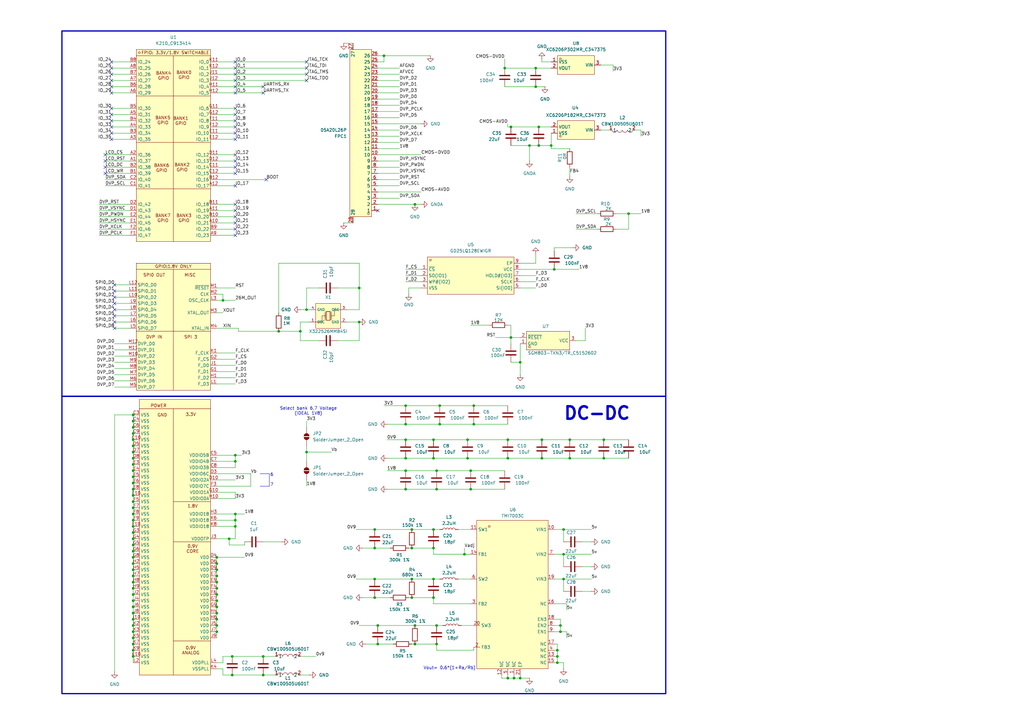
<source format=kicad_sch>
(kicad_sch (version 20250114) (generator "eeschema") (generator_version "9.0")
  (paper "A3")
  (rectangle (start 25.4 12.7) (end 273.05 162.56) (stroke (width 0.508)))
  (rectangle (start 25.4 162.56) (end 273.05 284.48) (stroke (width 0.508)))
  (text "6\n\n7\n" (at 111.506 196.85 0) (effects (font (size 1.27 1.27))))
  (text "Select bank 6,7 Voltage\n(IDEAL 1V8)" (at 126.492 168.656 0) (effects (font (size 1.27 1.27))))
  (text "DC-DC" (at 244.856 169.672 0) (effects (font (size 5.08 5.08) (thickness 1.016) (bold yes))))
  (text "Vout= 0.6*(1+Ra/Rb)" (at 184.404 274.066 0) (effects (font (size 1.27 1.27))))
  (junction (at 54.61 236.22))
  (junction (at 233.68 180.34))
  (junction (at 96.52 213.36))
  (junction (at 88.9 231.14))
  (junction (at 168.91 217.17))
  (junction (at 177.8 237.49))
  (junction (at 208.28 180.34))
  (junction (at 54.61 266.7))
  (junction (at 170.18 83.82))
  (junction (at 147.32 132.08))
  (junction (at 228.6 266.7))
  (junction (at 208.28 187.96))
  (junction (at 88.9 259.08))
  (junction (at 125.73 127))
  (junction (at 207.01 27.94))
  (junction (at 54.61 180.34))
  (junction (at 168.91 245.11))
  (junction (at 54.61 261.62))
  (junction (at 153.67 224.79))
  (junction (at 177.8 217.17))
  (junction (at 54.61 241.3))
  (junction (at 88.9 254))
  (junction (at 194.31 173.99))
  (junction (at 107.95 276.86))
  (junction (at 208.28 278.13))
  (junction (at 88.9 251.46))
  (junction (at 54.61 233.68))
  (junction (at 210.82 278.13))
  (junction (at 88.9 241.3))
  (junction (at 54.61 218.44))
  (junction (at 54.61 220.98))
  (junction (at 54.61 193.04))
  (junction (at 166.37 193.04))
  (junction (at 54.61 200.66))
  (junction (at 54.61 185.42))
  (junction (at 54.61 175.26))
  (junction (at 54.61 226.06))
  (junction (at 180.34 173.99))
  (junction (at 257.81 87.63))
  (junction (at 93.98 220.98))
  (junction (at 177.8 187.96))
  (junction (at 88.9 236.22))
  (junction (at 54.61 203.2))
  (junction (at 247.65 180.34))
  (junction (at 54.61 264.16))
  (junction (at 247.65 187.96))
  (junction (at 107.95 269.24))
  (junction (at 179.07 256.54))
  (junction (at 190.5 227.33))
  (junction (at 219.71 27.94))
  (junction (at 168.91 237.49))
  (junction (at 166.37 187.96))
  (junction (at 170.18 264.16))
  (junction (at 54.61 246.38))
  (junction (at 222.25 180.34))
  (junction (at 54.61 259.08))
  (junction (at 147.32 118.11))
  (junction (at 54.61 190.5))
  (junction (at 166.37 200.66))
  (junction (at 166.37 166.37))
  (junction (at 226.06 59.69))
  (junction (at 54.61 251.46))
  (junction (at 54.61 170.18))
  (junction (at 54.61 205.74))
  (junction (at 88.9 248.92))
  (junction (at 88.9 238.76))
  (junction (at 179.07 200.66))
  (junction (at 54.61 208.28))
  (junction (at 54.61 243.84))
  (junction (at 180.34 166.37))
  (junction (at 153.67 217.17))
  (junction (at 179.07 264.16))
  (junction (at 153.67 245.11))
  (junction (at 229.87 259.08))
  (junction (at 54.61 256.54))
  (junction (at 54.61 254))
  (junction (at 191.77 187.96))
  (junction (at 194.31 166.37))
  (junction (at 54.61 269.24))
  (junction (at 168.91 224.79))
  (junction (at 88.9 233.68))
  (junction (at 95.25 276.86))
  (junction (at 54.61 177.8))
  (junction (at 191.77 180.34))
  (junction (at 193.04 200.66))
  (junction (at 54.61 213.36))
  (junction (at 88.9 243.84))
  (junction (at 213.36 278.13))
  (junction (at 217.17 59.69))
  (junction (at 95.25 269.24))
  (junction (at 96.52 215.9))
  (junction (at 96.52 189.23))
  (junction (at 227.33 110.49))
  (junction (at 231.14 237.49))
  (junction (at 54.61 238.76))
  (junction (at 123.19 135.89))
  (junction (at 88.9 256.54))
  (junction (at 219.71 35.56))
  (junction (at 193.04 193.04))
  (junction (at 54.61 228.6))
  (junction (at 125.73 185.42))
  (junction (at 157.48 22.86))
  (junction (at 229.87 256.54))
  (junction (at 88.9 246.38))
  (junction (at 54.61 172.72))
  (junction (at 177.8 245.11))
  (junction (at 209.55 52.07))
  (junction (at 54.61 198.12))
  (junction (at 177.8 180.34))
  (junction (at 153.67 237.49))
  (junction (at 222.25 187.96))
  (junction (at 54.61 248.92))
  (junction (at 233.68 187.96))
  (junction (at 220.98 52.07))
  (junction (at 54.61 195.58))
  (junction (at 96.52 210.82))
  (junction (at 166.37 180.34))
  (junction (at 54.61 210.82))
  (junction (at 228.6 269.24))
  (junction (at 54.61 215.9))
  (junction (at 114.3 135.89))
  (junction (at 213.36 148.59))
  (junction (at 231.14 217.17))
  (junction (at 177.8 224.79))
  (junction (at 166.37 173.99))
  (junction (at 96.52 186.69))
  (junction (at 154.94 256.54))
  (junction (at 88.9 228.6))
  (junction (at 54.61 182.88))
  (junction (at 154.94 264.16))
  (junction (at 209.55 138.43))
  (junction (at 231.14 227.33))
  (junction (at 170.18 256.54))
  (junction (at 179.07 193.04))
  (junction (at 54.61 231.14))
  (junction (at 228.6 271.78))
  (junction (at 220.98 59.69))
  (junction (at 91.44 123.19))
  (junction (at 54.61 187.96))
  (junction (at 54.61 223.52))
  (no_connect (at 96.52 68.58))
  (no_connect (at 96.52 27.94))
  (no_connect (at 46.99 134.62))
  (no_connect (at 43.18 68.58))
  (no_connect (at 96.52 46.99))
  (no_connect (at 96.52 83.82))
  (no_connect (at 125.73 33.02))
  (no_connect (at 125.73 27.94))
  (no_connect (at 45.72 49.53))
  (no_connect (at 107.95 35.56))
  (no_connect (at 109.22 73.66))
  (no_connect (at 46.99 132.08))
  (no_connect (at 46.99 127))
  (no_connect (at 46.99 116.84))
  (no_connect (at 45.72 57.15))
  (no_connect (at 96.52 66.04))
  (no_connect (at 45.72 52.07))
  (no_connect (at 45.72 38.1))
  (no_connect (at 96.52 44.45))
  (no_connect (at 46.99 129.54))
  (no_connect (at 96.52 91.44))
  (no_connect (at 96.52 35.56))
  (no_connect (at 45.72 46.99))
  (no_connect (at 45.72 25.4))
  (no_connect (at 125.73 25.4))
  (no_connect (at 96.52 49.53))
  (no_connect (at 45.72 27.94))
  (no_connect (at 45.72 35.56))
  (no_connect (at 43.18 66.04))
  (no_connect (at 96.52 71.12))
  (no_connect (at 96.52 76.2))
  (no_connect (at 96.52 25.4))
  (no_connect (at 125.73 30.48))
  (no_connect (at 107.95 38.1))
  (no_connect (at 96.52 54.61))
  (no_connect (at 96.52 38.1))
  (no_connect (at 46.99 121.92))
  (no_connect (at 45.72 54.61))
  (no_connect (at 96.52 93.98))
  (no_connect (at 45.72 33.02))
  (no_connect (at 96.52 88.9))
  (no_connect (at 96.52 57.15))
  (no_connect (at 45.72 30.48))
  (no_connect (at 46.99 124.46))
  (no_connect (at 45.72 44.45))
  (no_connect (at 96.52 33.02))
  (no_connect (at 96.52 96.52))
  (no_connect (at 46.99 119.38))
  (no_connect (at 96.52 63.5))
  (no_connect (at 43.18 63.5))
  (no_connect (at 96.52 86.36))
  (no_connect (at 43.18 71.12))
  (no_connect (at 96.52 30.48))
  (no_connect (at 154.94 86.36))
  (no_connect (at 96.52 52.07))
  (wire (pts (xy 177.8 180.34) (xy 191.77 180.34)))
  (wire (pts (xy 46.99 170.18) (xy 54.61 170.18)))
  (wire (pts (xy 167.64 120.65) (xy 167.64 118.11)))
  (wire (pts (xy 217.17 278.13) (xy 213.36 278.13)))
  (wire (pts (xy 54.61 200.66) (xy 54.61 198.12)))
  (wire (pts (xy 45.72 49.53) (xy 53.34 49.53)))
  (wire (pts (xy 219.71 35.56) (xy 207.01 35.56)))
  (wire (pts (xy 177.8 227.33) (xy 177.8 224.79)))
  (wire (pts (xy 251.46 26.67) (xy 251.46 29.21)))
  (wire (pts (xy 125.73 182.88) (xy 125.73 185.42)))
  (wire (pts (xy 88.9 210.82) (xy 96.52 210.82)))
  (wire (pts (xy 177.8 187.96) (xy 191.77 187.96)))
  (wire (pts (xy 97.79 134.62) (xy 97.79 135.89)))
  (wire (pts (xy 217.17 59.69) (xy 217.17 66.04)))
  (wire (pts (xy 154.94 33.02) (xy 163.83 33.02)))
  (wire (pts (xy 205.74 278.13) (xy 208.28 278.13)))
  (wire (pts (xy 46.99 124.46) (xy 53.34 124.46)))
  (wire (pts (xy 187.96 237.49) (xy 193.04 237.49)))
  (wire (pts (xy 54.61 208.28) (xy 54.61 205.74)))
  (wire (pts (xy 213.36 115.57) (xy 219.71 115.57)))
  (wire (pts (xy 226.06 54.61) (xy 226.06 59.69)))
  (wire (pts (xy 95.25 269.24) (xy 107.95 269.24)))
  (wire (pts (xy 194.31 173.99) (xy 208.28 173.99)))
  (wire (pts (xy 88.9 228.6) (xy 88.9 231.14)))
  (wire (pts (xy 190.5 224.79) (xy 190.5 227.33)))
  (wire (pts (xy 219.71 107.95) (xy 219.71 104.14)))
  (wire (pts (xy 123.19 269.24) (xy 129.54 269.24)))
  (wire (pts (xy 154.94 50.8) (xy 172.72 50.8)))
  (wire (pts (xy 88.9 49.53) (xy 96.52 49.53)))
  (wire (pts (xy 54.61 248.92) (xy 54.61 246.38)))
  (wire (pts (xy 54.61 261.62) (xy 54.61 259.08)))
  (wire (pts (xy 252.73 87.63) (xy 257.81 87.63)))
  (wire (pts (xy 153.67 237.49) (xy 168.91 237.49)))
  (wire (pts (xy 251.46 26.67) (xy 246.38 26.67)))
  (wire (pts (xy 154.94 25.4) (xy 157.48 25.4)))
  (wire (pts (xy 114.3 135.89) (xy 123.19 135.89)))
  (wire (pts (xy 223.52 35.56) (xy 219.71 35.56)))
  (wire (pts (xy 46.99 140.97) (xy 53.34 140.97)))
  (wire (pts (xy 154.94 66.04) (xy 163.83 66.04)))
  (wire (pts (xy 166.37 110.49) (xy 172.72 110.49)))
  (wire (pts (xy 140.97 91.44) (xy 144.78 91.44)))
  (wire (pts (xy 46.99 127) (xy 53.34 127)))
  (wire (pts (xy 229.87 259.08) (xy 232.41 259.08)))
  (wire (pts (xy 220.98 52.07) (xy 226.06 52.07)))
  (wire (pts (xy 96.52 54.61) (xy 88.9 54.61)))
  (wire (pts (xy 43.18 76.2) (xy 53.34 76.2)))
  (wire (pts (xy 88.9 213.36) (xy 96.52 213.36)))
  (wire (pts (xy 40.64 86.36) (xy 53.34 86.36)))
  (wire (pts (xy 46.99 156.21) (xy 53.34 156.21)))
  (wire (pts (xy 213.36 113.03) (xy 219.71 113.03)))
  (wire (pts (xy 246.38 53.34) (xy 250.19 53.34)))
  (wire (pts (xy 193.04 247.65) (xy 177.8 247.65)))
  (wire (pts (xy 88.9 254) (xy 88.9 256.54)))
  (wire (pts (xy 54.61 246.38) (xy 54.61 243.84)))
  (wire (pts (xy 54.61 205.74) (xy 54.61 203.2)))
  (wire (pts (xy 231.14 271.78) (xy 231.14 274.32)))
  (wire (pts (xy 88.9 201.93) (xy 96.52 201.93)))
  (wire (pts (xy 45.72 33.02) (xy 53.34 33.02)))
  (wire (pts (xy 147.32 256.54) (xy 154.94 256.54)))
  (wire (pts (xy 107.95 269.24) (xy 113.03 269.24)))
  (wire (pts (xy 96.52 201.93) (xy 96.52 204.47)))
  (wire (pts (xy 123.19 276.86) (xy 127 276.86)))
  (wire (pts (xy 154.94 48.26) (xy 163.83 48.26)))
  (wire (pts (xy 208.28 278.13) (xy 208.28 276.86)))
  (wire (pts (xy 166.37 113.03) (xy 172.72 113.03)))
  (wire (pts (xy 233.68 68.58) (xy 233.68 72.39)))
  (wire (pts (xy 54.61 223.52) (xy 54.61 220.98)))
  (wire (pts (xy 40.64 91.44) (xy 53.34 91.44)))
  (wire (pts (xy 54.61 203.2) (xy 54.61 200.66)))
  (wire (pts (xy 146.05 237.49) (xy 153.67 237.49)))
  (wire (pts (xy 96.52 52.07) (xy 88.9 52.07)))
  (wire (pts (xy 107.95 276.86) (xy 113.03 276.86)))
  (wire (pts (xy 96.52 57.15) (xy 88.9 57.15)))
  (wire (pts (xy 147.32 118.11) (xy 147.32 127)))
  (wire (pts (xy 193.04 133.35) (xy 200.66 133.35)))
  (wire (pts (xy 88.9 157.48) (xy 96.52 157.48)))
  (wire (pts (xy 208.28 50.8) (xy 208.28 52.07)))
  (wire (pts (xy 88.9 231.14) (xy 88.9 233.68)))
  (wire (pts (xy 170.18 256.54) (xy 179.07 256.54)))
  (wire (pts (xy 46.99 119.38) (xy 53.34 119.38)))
  (wire (pts (xy 88.9 27.94) (xy 125.73 27.94)))
  (wire (pts (xy 228.6 269.24) (xy 228.6 266.7)))
  (wire (pts (xy 91.44 276.86) (xy 91.44 274.32)))
  (wire (pts (xy 247.65 187.96) (xy 257.81 187.96)))
  (wire (pts (xy 168.91 264.16) (xy 170.18 264.16)))
  (wire (pts (xy 232.41 259.08) (xy 232.41 261.62)))
  (wire (pts (xy 209.55 52.07) (xy 220.98 52.07)))
  (wire (pts (xy 54.61 220.98) (xy 54.61 218.44)))
  (wire (pts (xy 91.44 120.65) (xy 91.44 123.19)))
  (wire (pts (xy 228.6 264.16) (xy 227.33 264.16)))
  (wire (pts (xy 236.22 139.7) (xy 240.03 139.7)))
  (wire (pts (xy 154.94 45.72) (xy 163.83 45.72)))
  (wire (pts (xy 54.61 233.68) (xy 54.61 231.14)))
  (wire (pts (xy 147.32 127) (xy 142.24 127)))
  (wire (pts (xy 40.64 93.98) (xy 53.34 93.98)))
  (wire (pts (xy 54.61 177.8) (xy 54.61 175.26)))
  (wire (pts (xy 96.52 186.69) (xy 96.52 189.23)))
  (wire (pts (xy 40.64 83.82) (xy 53.34 83.82)))
  (wire (pts (xy 208.28 133.35) (xy 209.55 133.35)))
  (wire (pts (xy 234.95 101.6) (xy 227.33 101.6)))
  (wire (pts (xy 142.24 132.08) (xy 147.32 132.08)))
  (wire (pts (xy 154.94 38.1) (xy 163.83 38.1)))
  (wire (pts (xy 88.9 33.02) (xy 125.73 33.02)))
  (wire (pts (xy 233.68 187.96) (xy 247.65 187.96)))
  (polyline (pts (xy 110.49 194.31) (xy 110.49 199.39)))
  (wire (pts (xy 154.94 81.28) (xy 163.83 81.28)))
  (wire (pts (xy 226.06 59.69) (xy 226.06 60.96)))
  (wire (pts (xy 222.25 25.4) (xy 222.25 24.13)))
  (wire (pts (xy 88.9 128.27) (xy 91.44 128.27)))
  (wire (pts (xy 88.9 118.11) (xy 96.52 118.11)))
  (wire (pts (xy 88.9 30.48) (xy 125.73 30.48)))
  (wire (pts (xy 222.25 180.34) (xy 233.68 180.34)))
  (wire (pts (xy 194.31 265.43) (xy 194.31 266.7)))
  (wire (pts (xy 54.61 256.54) (xy 54.61 254)))
  (wire (pts (xy 148.59 245.11) (xy 153.67 245.11)))
  (wire (pts (xy 88.9 248.92) (xy 88.9 251.46)))
  (wire (pts (xy 227.33 217.17) (xy 231.14 217.17)))
  (wire (pts (xy 247.65 180.34) (xy 257.81 180.34)))
  (wire (pts (xy 125.73 172.72) (xy 125.73 175.26)))
  (wire (pts (xy 46.99 148.59) (xy 53.34 148.59)))
  (wire (pts (xy 88.9 86.36) (xy 96.52 86.36)))
  (wire (pts (xy 179.07 200.66) (xy 193.04 200.66)))
  (wire (pts (xy 229.87 259.08) (xy 229.87 256.54)))
  (wire (pts (xy 167.64 245.11) (xy 168.91 245.11)))
  (wire (pts (xy 157.48 25.4) (xy 157.48 22.86)))
  (wire (pts (xy 93.98 223.52) (xy 100.33 223.52)))
  (wire (pts (xy 125.73 196.85) (xy 125.73 199.39)))
  (wire (pts (xy 229.87 256.54) (xy 229.87 254)))
  (wire (pts (xy 154.94 68.58) (xy 163.83 68.58)))
  (wire (pts (xy 107.95 222.25) (xy 115.57 222.25)))
  (wire (pts (xy 166.37 173.99) (xy 158.75 173.99)))
  (wire (pts (xy 208.28 187.96) (xy 222.25 187.96)))
  (wire (pts (xy 240.03 139.7) (xy 240.03 134.62)))
  (wire (pts (xy 88.9 144.78) (xy 96.52 144.78)))
  (wire (pts (xy 88.9 91.44) (xy 96.52 91.44)))
  (wire (pts (xy 88.9 71.12) (xy 96.52 71.12)))
  (wire (pts (xy 88.9 256.54) (xy 88.9 259.08)))
  (wire (pts (xy 203.2 138.43) (xy 209.55 138.43)))
  (wire (pts (xy 46.99 275.59) (xy 46.99 170.18)))
  (wire (pts (xy 154.94 53.34) (xy 163.83 53.34)))
  (wire (pts (xy 148.59 224.79) (xy 153.67 224.79)))
  (wire (pts (xy 227.33 110.49) (xy 237.49 110.49)))
  (wire (pts (xy 228.6 271.78) (xy 228.6 269.24)))
  (wire (pts (xy 210.82 278.13) (xy 210.82 276.86)))
  (wire (pts (xy 154.94 264.16) (xy 161.29 264.16)))
  (wire (pts (xy 153.67 217.17) (xy 168.91 217.17)))
  (wire (pts (xy 54.61 251.46) (xy 54.61 248.92)))
  (wire (pts (xy 54.61 185.42) (xy 54.61 182.88)))
  (wire (pts (xy 222.25 25.4) (xy 226.06 25.4)))
  (wire (pts (xy 88.9 123.19) (xy 91.44 123.19)))
  (wire (pts (xy 54.61 254) (xy 54.61 251.46)))
  (wire (pts (xy 179.07 266.7) (xy 179.07 264.16)))
  (wire (pts (xy 93.98 220.98) (xy 93.98 223.52)))
  (wire (pts (xy 177.8 237.49) (xy 180.34 237.49)))
  (wire (pts (xy 193.04 200.66) (xy 207.01 200.66)))
  (wire (pts (xy 191.77 180.34) (xy 208.28 180.34)))
  (wire (pts (xy 168.91 237.49) (xy 177.8 237.49)))
  (wire (pts (xy 88.9 241.3) (xy 88.9 243.84)))
  (wire (pts (xy 154.94 63.5) (xy 172.72 63.5)))
  (wire (pts (xy 88.9 236.22) (xy 88.9 238.76)))
  (wire (pts (xy 227.33 271.78) (xy 228.6 271.78)))
  (wire (pts (xy 166.37 193.04) (xy 179.07 193.04)))
  (wire (pts (xy 177.8 217.17) (xy 180.34 217.17)))
  (wire (pts (xy 88.9 233.68) (xy 88.9 236.22)))
  (wire (pts (xy 125.73 185.42) (xy 125.73 189.23)))
  (wire (pts (xy 209.55 148.59) (xy 213.36 148.59)))
  (wire (pts (xy 146.05 217.17) (xy 153.67 217.17)))
  (wire (pts (xy 231.14 222.25) (xy 231.14 217.17)))
  (wire (pts (xy 232.41 247.65) (xy 232.41 250.19)))
  (wire (pts (xy 166.37 115.57) (xy 172.72 115.57)))
  (wire (pts (xy 88.9 25.4) (xy 125.73 25.4)))
  (wire (pts (xy 238.76 222.25) (xy 242.57 222.25)))
  (wire (pts (xy 260.35 53.34) (xy 262.89 53.34)))
  (wire (pts (xy 180.34 166.37) (xy 194.31 166.37)))
  (wire (pts (xy 95.25 276.86) (xy 91.44 276.86)))
  (wire (pts (xy 96.52 210.82) (xy 96.52 213.36)))
  (wire (pts (xy 138.43 139.7) (xy 147.32 139.7)))
  (wire (pts (xy 238.76 232.41) (xy 242.57 232.41)))
  (wire (pts (xy 154.94 55.88) (xy 163.83 55.88)))
  (wire (pts (xy 88.9 149.86) (xy 96.52 149.86)))
  (wire (pts (xy 54.61 213.36) (xy 54.61 210.82)))
  (wire (pts (xy 158.75 180.34) (xy 166.37 180.34)))
  (wire (pts (xy 177.8 247.65) (xy 177.8 245.11)))
  (wire (pts (xy 227.33 259.08) (xy 229.87 259.08)))
  (wire (pts (xy 208.28 180.34) (xy 222.25 180.34)))
  (wire (pts (xy 227.33 256.54) (xy 229.87 256.54)))
  (wire (pts (xy 88.9 246.38) (xy 88.9 248.92)))
  (wire (pts (xy 205.74 276.86) (xy 205.74 278.13)))
  (wire (pts (xy 154.94 71.12) (xy 163.83 71.12)))
  (wire (pts (xy 154.94 256.54) (xy 170.18 256.54)))
  (wire (pts (xy 88.9 199.39) (xy 102.87 199.39)))
  (wire (pts (xy 231.14 237.49) (xy 242.57 237.49)))
  (wire (pts (xy 228.6 266.7) (xy 228.6 264.16)))
  (wire (pts (xy 180.34 173.99) (xy 194.31 173.99)))
  (wire (pts (xy 257.81 87.63) (xy 257.81 93.98)))
  (wire (pts (xy 123.19 127) (xy 125.73 127)))
  (wire (pts (xy 228.6 271.78) (xy 231.14 271.78)))
  (wire (pts (xy 193.04 193.04) (xy 207.01 193.04)))
  (wire (pts (xy 227.33 237.49) (xy 231.14 237.49)))
  (wire (pts (xy 43.18 73.66) (xy 53.34 73.66)))
  (wire (pts (xy 45.72 54.61) (xy 53.34 54.61)))
  (wire (pts (xy 54.61 264.16) (xy 54.61 261.62)))
  (wire (pts (xy 46.99 132.08) (xy 53.34 132.08)))
  (wire (pts (xy 193.04 227.33) (xy 190.5 227.33)))
  (wire (pts (xy 40.64 96.52) (xy 53.34 96.52)))
  (wire (pts (xy 88.9 186.69) (xy 96.52 186.69)))
  (wire (pts (xy 88.9 243.84) (xy 88.9 246.38)))
  (wire (pts (xy 88.9 35.56) (xy 107.95 35.56)))
  (wire (pts (xy 88.9 196.85) (xy 96.52 196.85)))
  (wire (pts (xy 88.9 204.47) (xy 96.52 204.47)))
  (wire (pts (xy 154.94 35.56) (xy 163.83 35.56)))
  (wire (pts (xy 213.36 110.49) (xy 227.33 110.49)))
  (wire (pts (xy 154.94 76.2) (xy 163.83 76.2)))
  (wire (pts (xy 95.25 276.86) (xy 107.95 276.86)))
  (wire (pts (xy 213.36 107.95) (xy 219.71 107.95)))
  (wire (pts (xy 208.28 278.13) (xy 210.82 278.13)))
  (wire (pts (xy 46.99 151.13) (xy 53.34 151.13)))
  (wire (pts (xy 227.33 101.6) (xy 227.33 102.87)))
  (wire (pts (xy 88.9 194.31) (xy 102.87 194.31)))
  (wire (pts (xy 88.9 189.23) (xy 96.52 189.23)))
  (wire (pts (xy 168.91 245.11) (xy 177.8 245.11)))
  (wire (pts (xy 147.32 118.11) (xy 147.32 107.95)))
  (wire (pts (xy 207.01 24.13) (xy 207.01 27.94)))
  (wire (pts (xy 153.67 245.11) (xy 160.02 245.11)))
  (wire (pts (xy 154.94 40.64) (xy 163.83 40.64)))
  (wire (pts (xy 88.9 220.98) (xy 93.98 220.98)))
  (wire (pts (xy 209.55 138.43) (xy 213.36 138.43)))
  (wire (pts (xy 43.18 66.04) (xy 53.34 66.04)))
  (wire (pts (xy 154.94 73.66) (xy 163.83 73.66)))
  (wire (pts (xy 154.94 78.74) (xy 172.72 78.74)))
  (wire (pts (xy 54.61 210.82) (xy 54.61 208.28)))
  (wire (pts (xy 138.43 118.11) (xy 147.32 118.11)))
  (wire (pts (xy 229.87 254) (xy 227.33 254)))
  (wire (pts (xy 45.72 38.1) (xy 53.34 38.1)))
  (wire (pts (xy 54.61 182.88) (xy 54.61 180.34)))
  (wire (pts (xy 54.61 271.78) (xy 54.61 269.24)))
  (wire (pts (xy 209.55 133.35) (xy 209.55 138.43)))
  (wire (pts (xy 227.33 247.65) (xy 232.41 247.65)))
  (wire (pts (xy 88.9 228.6) (xy 100.33 228.6)))
  (wire (pts (xy 40.64 88.9) (xy 53.34 88.9)))
  (wire (pts (xy 154.94 83.82) (xy 170.18 83.82)))
  (wire (pts (xy 127 127) (xy 125.73 127)))
  (wire (pts (xy 54.61 241.3) (xy 54.61 238.76)))
  (wire (pts (xy 88.9 134.62) (xy 97.79 134.62)))
  (wire (pts (xy 96.52 215.9) (xy 96.52 220.98)))
  (wire (pts (xy 123.19 139.7) (xy 123.19 135.89)))
  (wire (pts (xy 96.52 220.98) (xy 93.98 220.98)))
  (wire (pts (xy 227.33 227.33) (xy 231.14 227.33)))
  (wire (pts (xy 127 132.08) (xy 123.19 132.08)))
  (wire (pts (xy 88.9 152.4) (xy 96.52 152.4)))
  (wire (pts (xy 157.48 166.37) (xy 166.37 166.37)))
  (wire (pts (xy 220.98 59.69) (xy 226.06 59.69)))
  (wire (pts (xy 54.61 187.96) (xy 54.61 185.42)))
  (wire (pts (xy 54.61 236.22) (xy 54.61 233.68)))
  (wire (pts (xy 226.06 27.94) (xy 219.71 27.94)))
  (wire (pts (xy 233.68 180.34) (xy 247.65 180.34)))
  (wire (pts (xy 45.72 44.45) (xy 53.34 44.45)))
  (wire (pts (xy 100.33 223.52) (xy 100.33 222.25)))
  (wire (pts (xy 54.61 266.7) (xy 54.61 264.16)))
  (wire (pts (xy 54.61 215.9) (xy 54.61 213.36)))
  (wire (pts (xy 88.9 68.58) (xy 96.52 68.58)))
  (wire (pts (xy 187.96 217.17) (xy 193.04 217.17)))
  (wire (pts (xy 88.9 73.66) (xy 109.22 73.66)))
  (wire (pts (xy 191.77 187.96) (xy 208.28 187.96)))
  (wire (pts (xy 154.94 58.42) (xy 163.83 58.42)))
  (wire (pts (xy 88.9 147.32) (xy 96.52 147.32)))
  (wire (pts (xy 88.9 154.94) (xy 96.52 154.94)))
  (wire (pts (xy 154.94 22.86) (xy 157.48 22.86)))
  (wire (pts (xy 43.18 63.5) (xy 53.34 63.5)))
  (wire (pts (xy 147.32 107.95) (xy 114.3 107.95)))
  (wire (pts (xy 45.72 52.07) (xy 53.34 52.07)))
  (wire (pts (xy 168.91 217.17) (xy 177.8 217.17)))
  (wire (pts (xy 194.31 266.7) (xy 179.07 266.7)))
  (wire (pts (xy 167.64 224.79) (xy 168.91 224.79)))
  (wire (pts (xy 147.32 139.7) (xy 147.32 132.08)))
  (wire (pts (xy 158.75 193.04) (xy 166.37 193.04)))
  (wire (pts (xy 157.48 22.86) (xy 176.53 22.86)))
  (wire (pts (xy 88.9 120.65) (xy 91.44 120.65)))
  (wire (pts (xy 154.94 30.48) (xy 163.83 30.48)))
  (wire (pts (xy 96.52 189.23) (xy 96.52 191.77)))
  (wire (pts (xy 54.61 193.04) (xy 54.61 190.5)))
  (wire (pts (xy 166.37 187.96) (xy 158.75 187.96)))
  (wire (pts (xy 231.14 227.33) (xy 242.57 227.33)))
  (wire (pts (xy 88.9 215.9) (xy 96.52 215.9)))
  (wire (pts (xy 227.33 269.24) (xy 228.6 269.24)))
  (wire (pts (xy 213.36 118.11) (xy 219.71 118.11)))
  (wire (pts (xy 154.94 60.96) (xy 163.83 60.96)))
  (wire (pts (xy 100.33 210.82) (xy 96.52 210.82)))
  (wire (pts (xy 217.17 59.69) (xy 220.98 59.69)))
  (wire (pts (xy 179.07 256.54) (xy 181.61 256.54)))
  (wire (pts (xy 46.99 134.62) (xy 53.34 134.62)))
  (wire (pts (xy 88.9 191.77) (xy 96.52 191.77)))
  (wire (pts (xy 231.14 217.17) (xy 242.57 217.17)))
  (wire (pts (xy 46.99 129.54) (xy 53.34 129.54)))
  (wire (pts (xy 140.97 17.78) (xy 144.78 17.78)))
  (wire (pts (xy 54.61 259.08) (xy 54.61 256.54)))
  (polyline (pts (xy 106.68 194.31) (xy 110.49 194.31)))
  (wire (pts (xy 125.73 118.11) (xy 125.73 127)))
  (wire (pts (xy 45.72 35.56) (xy 53.34 35.56)))
  (wire (pts (xy 153.67 224.79) (xy 160.02 224.79)))
  (wire (pts (xy 88.9 83.82) (xy 96.52 83.82)))
  (wire (pts (xy 54.61 180.34) (xy 54.61 177.8)))
  (wire (pts (xy 54.61 190.5) (xy 54.61 187.96)))
  (wire (pts (xy 43.18 68.58) (xy 53.34 68.58)))
  (wire (pts (xy 88.9 96.52) (xy 96.52 96.52)))
  (wire (pts (xy 213.36 148.59) (xy 213.36 153.67)))
  (wire (pts (xy 227.33 266.7) (xy 228.6 266.7)))
  (wire (pts (xy 149.86 264.16) (xy 154.94 264.16)))
  (wire (pts (xy 88.9 259.08) (xy 88.9 261.62)))
  (wire (pts (xy 209.55 138.43) (xy 209.55 140.97)))
  (wire (pts (xy 170.18 264.16) (xy 179.07 264.16)))
  (wire (pts (xy 190.5 227.33) (xy 177.8 227.33)))
  (wire (pts (xy 222.25 187.96) (xy 233.68 187.96)))
  (wire (pts (xy 262.89 55.88) (xy 262.89 53.34)))
  (wire (pts (xy 88.9 88.9) (xy 96.52 88.9)))
  (polyline (pts (xy 106.68 199.39) (xy 110.49 199.39)))
  (wire (pts (xy 54.61 231.14) (xy 54.61 228.6)))
  (wire (pts (xy 238.76 242.57) (xy 242.57 242.57)))
  (wire (pts (xy 45.72 25.4) (xy 53.34 25.4)))
  (wire (pts (xy 45.72 27.94) (xy 53.34 27.94)))
  (wire (pts (xy 166.37 200.66) (xy 179.07 200.66)))
  (wire (pts (xy 96.52 186.69) (xy 99.06 186.69)))
  (wire (pts (xy 231.14 227.33) (xy 231.14 232.41)))
  (wire (pts (xy 88.9 46.99) (xy 96.52 46.99)))
  (wire (pts (xy 88.9 251.46) (xy 88.9 254)))
  (wire (pts (xy 123.19 135.89) (xy 123.19 132.08)))
  (wire (pts (xy 97.79 135.89) (xy 114.3 135.89)))
  (wire (pts (xy 166.37 173.99) (xy 180.34 173.99)))
  (wire (pts (xy 166.37 166.37) (xy 180.34 166.37)))
  (wire (pts (xy 236.22 93.98) (xy 245.11 93.98)))
  (wire (pts (xy 170.18 83.82) (xy 172.72 83.82)))
  (wire (pts (xy 219.71 27.94) (xy 207.01 27.94)))
  (wire (pts (xy 54.61 195.58) (xy 54.61 193.04)))
  (wire (pts (xy 91.44 271.78) (xy 88.9894 271.78)))
  (wire (pts (xy 208.28 52.07) (xy 209.55 52.07)))
  (wire (pts (xy 46.99 158.75) (xy 53.34 158.75)))
  (wire (pts (xy 54.61 243.84) (xy 54.61 241.3)))
  (wire (pts (xy 46.99 121.92) (xy 53.34 121.92)))
  (wire (pts (xy 96.52 213.36) (xy 96.52 215.9)))
  (wire (pts (xy 43.18 71.12) (xy 53.34 71.12)))
  (wire (pts (xy 210.82 278.13) (xy 213.36 278.13)))
  (wire (pts (xy 88.9 66.04) (xy 96.52 66.04)))
  (wire (pts (xy 45.72 57.15) (xy 53.34 57.15)))
  (wire (pts (xy 88.9 238.76) (xy 88.9 241.3)))
  (wire (pts (xy 54.61 226.06) (xy 54.61 223.52)))
  (wire (pts (xy 91.44 271.78) (xy 91.44 269.24)))
  (wire (pts (xy 166.37 180.34) (xy 177.8 180.34)))
  (wire (pts (xy 46.99 116.84) (xy 53.34 116.84)))
  (wire (pts (xy 102.87 199.39) (xy 102.87 194.31)))
  (wire (pts (xy 96.52 123.19) (xy 91.44 123.19)))
  (wire (pts (xy 257.81 93.98) (xy 252.73 93.98)))
  (wire (pts (xy 166.37 200.66) (xy 158.75 200.66)))
  (wire (pts (xy 114.3 107.95) (xy 114.3 128.27)))
  (wire (pts (xy 231.14 237.49) (xy 231.14 242.57)))
  (wire (pts (xy 46.99 153.67) (xy 53.34 153.67)))
  (wire (pts (xy 166.37 187.96) (xy 177.8 187.96)))
  (wire (pts (xy 88.9 63.5) (xy 96.52 63.5)))
  (wire (pts (xy 236.22 87.63) (xy 245.11 87.63)))
  (wire (pts (xy 54.61 228.6) (xy 54.61 226.06)))
  (wire (pts (xy 45.72 46.99) (xy 53.34 46.99)))
  (wire (pts (xy 167.64 118.11) (xy 172.72 118.11)))
  (wire (pts (xy 88.9 93.98) (xy 96.52 93.98)))
  (wire (pts (xy 154.94 27.94) (xy 163.83 27.94)))
  (wire (pts (xy 213.36 278.13) (xy 213.36 276.86)))
  (wire (pts (xy 154.94 43.18) (xy 163.83 43.18)))
  (wire (pts (xy 45.72 30.48) (xy 53.34 30.48)))
  (wire (pts (xy 91.44 274.32) (xy 88.9894 274.32)))
  (wire (pts (xy 46.99 143.51) (xy 53.34 143.51)))
  (wire (pts (xy 54.61 218.44) (xy 54.61 215.9)))
  (wire (pts (xy 46.99 146.05) (xy 53.34 146.05)))
  (wire (pts (xy 91.44 269.24) (xy 95.25 269.24)))
  (wire (pts (xy 168.91 224.79) (xy 177.8 224.79)))
  (wire (pts (xy 213.36 140.97) (xy 213.36 148.59)))
  (wire (pts (xy 189.23 256.54) (xy 194.31 256.54)))
  (wire (pts (xy 54.61 175.26) (xy 54.61 172.72)))
  (wire (pts (xy 194.31 166.37) (xy 208.28 166.37)))
  (wire (pts (xy 130.81 139.7) (xy 123.19 139.7)))
  (wire (pts (xy 179.07 193.04) (xy 193.04 193.04)))
  (wire (pts (xy 135.89 185.42) (xy 125.73 185.42)))
  (wire (pts (xy 257.81 87.63) (xy 262.89 87.63)))
  (wire (pts (xy 209.55 59.69) (xy 217.17 59.69)))
  (wire (pts (xy 88.9 38.1) (xy 107.95 38.1)))
  (wire (pts (xy 226.06 60.96) (xy 233.68 60.96)))
  (wire (pts (xy 88.9 44.45) (xy 96.52 44.45)))
  (wire (pts (xy 54.61 172.72) (xy 54.61 170.18)))
  (wire (pts (xy 54.61 238.76) (xy 54.61 236.22)))
  (wire (pts (xy 88.9 76.2) (xy 96.52 76.2)))
  (wire (pts (xy 125.73 118.11) (xy 130.81 118.11)))
  (wire (pts (xy 54.61 198.12) (xy 54.61 195.58)))
  (wire (pts (xy 54.61 269.24) (xy 54.61 266.7)))
  (label "IO_12" (at 96.52 63.5 0))
  (label "IO_0" (at 96.52 25.4 0))
  (label "DVP_PCLK" (at 163.83 45.72 0))
  (label "DVP_XCLK" (at 163.83 55.88 0))
  (label "FB4" (at 233.68 71.12 0))
  (label "5v" (at 242.57 237.49 0))
  (label "0V9" (at 147.32 256.54 180))
  (label "F_CS" (at 166.37 110.49 0))
  (label "IO_1" (at 96.52 27.94 0))
  (label "IO_17" (at 96.52 76.2 0))
  (label "3V3" (at 99.06 186.69 0))
  (label "3V3" (at 251.46 29.21 0))
  (label "5v" (at 242.57 217.17 0))
  (label "0V9" (at 158.75 180.34 0))
  (label "SPI0_D5" (at 46.99 129.54 180))
  (label "DVP_D6" (at 163.83 53.34 0))
  (label "LCD_WR" (at 43.18 71.12 0))
  (label "DVP_D4" (at 163.83 43.18 0))
  (label "SPI0_D0" (at 46.99 116.84 180))
  (label "F_CS" (at 96.52 147.32 0))
  (label "DVP_D5" (at 46.99 153.67 180))
  (label "LCD_DC" (at 43.18 68.58 0))
  (label "IO_2" (at 96.52 30.48 0))
  (label "F_D2" (at 96.52 154.94 0))
  (label "IO_5" (at 96.52 38.1 0))
  (label "DVP_PCLK" (at 40.64 96.52 0))
  (label "IO_29" (at 45.72 38.1 180))
  (label "3V3" (at 262.89 55.88 0))
  (label "IO_14" (at 96.52 68.58 0))
  (label "IO_6" (at 96.52 44.45 0))
  (label "IO_15" (at 96.52 71.12 0))
  (label "IO_35" (at 45.72 57.15 180))
  (label "CMOS-AVDD" (at 208.28 50.8 180))
  (label "0v9" (at 129.54 269.24 0))
  (label "DVP_PWDN" (at 163.83 68.58 0))
  (label "RST" (at 96.52 118.11 0))
  (label "IO_23" (at 96.52 96.52 0))
  (label "IO_18" (at 96.52 83.82 0))
  (label "DVP_SCL" (at 163.83 76.2 0))
  (label "F_D0" (at 96.52 149.86 0))
  (label "F_D3" (at 219.71 113.03 0))
  (label "LCD_RST" (at 43.18 66.04 0))
  (label "XIN" (at 91.44 134.62 0))
  (label "1V8" (at 193.04 133.35 0))
  (label "DVP_PWDN" (at 40.64 88.9 0))
  (label "F_D0" (at 219.71 118.11 0))
  (label "JTAG_TDI" (at 125.73 27.94 0))
  (label "5v" (at 232.41 261.62 0))
  (label "SPI0_D7" (at 46.99 132.08 180))
  (label "IO_31" (at 45.72 46.99 180))
  (label "DVP_HSYNC" (at 40.64 91.44 0))
  (label "IO_28" (at 45.72 35.56 180))
  (label "F_D2" (at 166.37 115.57 0))
  (label "1V8" (at 158.75 193.04 0))
  (label "5v" (at 242.57 227.33 0))
  (label "SPI0_D2" (at 46.99 121.92 180))
  (label "DVP_D6" (at 46.99 156.21 180))
  (label "IO_8" (at 96.52 49.53 0))
  (label "DVP_VSYNC" (at 40.64 86.36 0))
  (label "DVP_D1" (at 163.83 35.56 0))
  (label "IO_11" (at 96.52 57.15 0))
  (label "XOUT" (at 91.44 128.27 0))
  (label "IO_34" (at 45.72 54.61 180))
  (label "SPI0_D3" (at 46.99 124.46 180))
  (label "IO_22" (at 96.52 93.98 0))
  (label "3V3" (at 157.48 166.37 0))
  (label "DVP_D3" (at 46.99 148.59 180))
  (label "JTAG_TMS" (at 125.73 30.48 0))
  (label "1V8" (at 100.33 210.82 0))
  (label "1V8" (at 125.73 199.39 0))
  (label "IO_3" (at 96.52 33.02 0))
  (label "LCD_CS" (at 43.18 63.5 0))
  (label "DVP_SDA" (at 163.83 81.28 0))
  (label "CMOS-DVDD" (at 172.72 63.5 0))
  (label "DVP_D0" (at 46.99 140.97 180))
  (label "JTAG_TDO" (at 125.73 33.02 0))
  (label "" (at 96.52 186.69 0))
  (label "IO_21" (at 96.52 91.44 0))
  (label "IO_19" (at 96.52 86.36 0))
  (label "IO_13" (at 96.52 66.04 0))
  (label "DVP_D0" (at 163.83 40.64 0))
  (label "0V9" (at 100.33 228.6 0))
  (label "DVP_D5" (at 163.83 48.26 0))
  (label "IO_10" (at 96.52 54.61 0))
  (label "0V9" (at 146.05 217.17 180))
  (label "DVP_XCLK" (at 40.64 93.98 0))
  (label "Vadj" (at 190.5 224.79 0))
  (label "1V8" (at 262.89 87.63 0))
  (label "IO_27" (at 45.72 33.02 180))
  (label "DVP_D1" (at 46.99 143.51 180))
  (label "IO_30" (at 45.72 44.45 180))
  (label "1V8" (at 163.83 60.96 0))
  (label "F_CLK" (at 96.52 144.78 0))
  (label "DVP_HSYNC" (at 163.83 66.04 0))
  (label "DVP_SDA" (at 43.18 73.66 0))
  (label "JTAG_TCK" (at 125.73 25.4 0))
  (label "IO_4" (at 96.52 35.56 0))
  (label "3V3" (at 240.03 134.62 0))
  (label "DVP_D4" (at 46.99 151.13 180))
  (label "5v" (at 232.41 250.19 0))
  (label "DVP_RST" (at 40.64 83.82 0))
  (label "UARTHS_TX" (at 107.95 38.1 0))
  (label "CMOS-DVDD" (at 207.01 24.13 180))
  (label "F_D1" (at 96.52 152.4 0))
  (label "SPI0_D8" (at 46.99 134.62 180))
  (label "IO_9" (at 96.52 52.07 0))
  (label "AFGND" (at 163.83 27.94 0))
  (label "0V9" (at 146.05 237.49 180))
  (label "AFVCC" (at 163.83 30.48 0))
  (label "Vb" (at 135.89 185.42 0))
  (label "IO_24" (at 45.72 25.4 180))
  (label "UARTHS_RX" (at 107.95 35.56 0))
  (label "3V3" (at 125.73 172.72 0))
  (label "DVP_SCL" (at 236.22 87.63 0))
  (label "3V3" (at 96.52 196.85 0))
  (label "IO_25" (at 45.72 27.94 180))
  (label "IO_26" (at 45.72 30.48 180))
  (label "DVP_VSYNC" (at 163.83 71.12 0))
  (label "IO_32" (at 45.72 49.53 180))
  (label "DVP_SDA" (at 236.22 93.98 0))
  (label "IO_7" (at 96.52 46.99 0))
  (label "26M_OUT" (at 96.52 123.19 0))
  (label "DVP_D2" (at 46.99 146.05 180))
  (label "RST" (at 203.2 138.43 180))
  (label "F_D3" (at 96.52 157.48 0))
  (label "DVP_D7" (at 46.99 158.75 180))
  (label "BOOT" (at 109.22 73.66 0))
  (label "SPI0_D1" (at 46.99 119.38 180))
  (label "F_CLK" (at 219.71 115.57 0))
  (label "SPI0_D4" (at 46.99 127 180))
  (label "CMOS-AVDD" (at 172.72 78.74 0))
  (label "1V8" (at 237.49 110.49 0))
  (label "DVP_RST" (at 163.83 73.66 0))
  (label "IO_33" (at 45.72 52.07 180))
  (label "Vb" (at 102.87 194.31 0))
  (label "DVP_SCL" (at 43.18 76.2 0))
  (label "3V3" (at 96.52 204.47 0))
  (label "DVP_D3" (at 163.83 38.1 0))
  (label "DVP_D7" (at 163.83 58.42 0))
  (label "IO_20" (at 96.52 88.9 0))
  (label "F_D1" (at 166.37 113.03 0))
  (label "DVP_D2" (at 163.83 33.02 0))
  (symbol (lib_id "power:GND") (at 147.32 132.08 90) (unit 1)
    (property "Reference" "#PWR019" (effects (hide yes)))
    (property "Value" "GND" (at 151.13 132.0799 90) (effects (justify right)))
    (property "Description" "Power symbol creates a global label with name \"GND\" , ground" (effects (hide yes)))
  )
  (symbol (lib_id "power:GND") (at 148.59 245.11 270) (unit 1)
    (property "Reference" "#PWR09" (effects (hide yes)))
    (property "Value" "GND" (at 144.78 245.1101 90) (effects (justify right)))
    (property "Description" "Power symbol creates a global label with name \"GND\" , ground" (effects (hide yes)))
  )
  (symbol (lib_id "Device:L") (at 185.42 256.54 90) (unit 1)
    (property "Reference" "L5" (at 185.42 251.46 90))
    (property "Value" "2.2uH" (at 185.42 254 90))
    (property "Footprint" "Inductor_SMD:L_0805_2012Metric" (effects (hide yes)))
    (property "Description" "Inductor" (effects (hide yes)))
  )
  (symbol (lib_id "Device:L") (at 184.15 237.49 90) (unit 1)
    (property "Reference" "L4" (at 184.15 232.41 90))
    (property "Value" "2.2uH" (at 184.15 234.95 90))
    (property "Footprint" "Inductor_SMD:L_0805_2012Metric" (effects (hide yes)))
    (property "Description" "Inductor" (effects (hide yes)))
  )
  (symbol (lib_id "easyeda2kicad:GD25LQ128EWIGR") (at 193.04 113.03 0) (unit 1)
    (property "Reference" "U5" (at 193.04 100.33 0))
    (property "Value" "GD25LQ128EWIGR" (at 193.04 102.87 0))
    (property "Footprint" "easyeda2kicad:WSON-8_L6.0-W5.0-P1.27-BL-EP" (effects (hide yes)))
    (property "LCSC Part" "C2928889" (effects (hide yes)))
  )
  (symbol (lib_id "Device:C") (at 209.55 55.88 0) (mirror x) (unit 1)
    (property "Reference" "C35" (at 205.74 54.6099 0) (effects (justify right)))
    (property "Value" "22uF" (at 205.232 57.15 0) (effects (justify right)))
    (property "Footprint" "Capacitor_SMD:C_0201_0603Metric" (effects (hide yes)))
    (property "Description" "Unpolarized capacitor" (effects (hide yes)))
  )
  (symbol (lib_id "Device:C") (at 194.31 170.18 180) (unit 1)
    (property "Reference" "C6" (at 198.12 168.9099 0) (effects (justify right)))
    (property "Value" "100nF" (at 198.628 171.45 0) (effects (justify right)))
    (property "Footprint" "Capacitor_SMD:C_0201_0603Metric" (effects (hide yes)))
    (property "Description" "Unpolarized capacitor" (effects (hide yes)))
  )
  (symbol (lib_id "Device:R") (at 163.83 245.11 270) (unit 1)
    (property "Reference" "R3" (at 163.83 247.904 90))
    (property "Value" "150k 1%" (at 163.83 249.936 90))
    (property "Footprint" "Resistor_SMD:R_0201_0603Metric" (effects (hide yes)))
    (property "Description" "Resistor" (effects (hide yes)))
  )
  (symbol (lib_id "easyeda2kicad:K210_C913414") (at 71.12 113.03 0) (unit 1)
    (property "Reference" "U1" (at 71.12 15.24 0))
    (property "Value" "K210_C913414" (at 71.12 17.78 0))
    (property "Footprint" "easyeda2kicad:BGA-144_L8.0-W8.0-R12-C12-P0.65-BL" (effects (hide yes)))
    (property "LCSC Part" "C913414" (effects (hide yes)))
  )
  (symbol (lib_id "Device:C") (at 222.25 184.15 180) (unit 1)
    (property "Reference" "C11" (at 226.06 182.8799 0) (effects (justify right)))
    (property "Value" "10uF" (at 226.568 185.42 0) (effects (justify right)))
    (property "Footprint" "Capacitor_SMD:C_0201_0603Metric" (effects (hide yes)))
    (property "Description" "Unpolarized capacitor" (effects (hide yes)))
  )
  (symbol (lib_id "power:GND") (at 223.52 35.56 0) (mirror y) (unit 1)
    (property "Reference" "#PWR027" (effects (hide yes)))
    (property "Value" "GND" (at 223.52 40.64 0))
    (property "Description" "Power symbol creates a global label with name \"GND\" , ground" (effects (hide yes)))
  )
  (symbol (lib_id "Device:C") (at 153.67 220.98 180) (unit 1)
    (property "Reference" "C21" (at 156.718 219.964 0) (effects (justify right)))
    (property "Value" "22uF" (at 156.718 222.504 0) (effects (justify right)))
    (property "Footprint" "Capacitor_SMD:C_0201_0603Metric" (effects (hide yes)))
    (property "Description" "Unpolarized capacitor" (effects (hide yes)))
  )
  (symbol (lib_id "power:GND") (at 231.14 274.32 0) (unit 1)
    (property "Reference" "#PWR012" (effects (hide yes)))
    (property "Value" "GND" (at 231.14 279.4 0))
    (property "Description" "Power symbol creates a global label with name \"GND\" , ground" (effects (hide yes)))
  )
  (symbol (lib_id "power:GNDA") (at 217.17 66.04 0) (unit 1)
    (property "Reference" "#PWR029" (effects (hide yes)))
    (property "Value" "GNDA" (at 217.17 71.12 0))
    (property "Description" "Power symbol creates a global label with name \"GNDA\" , analog ground" (effects (hide yes)))
  )
  (symbol (lib_id "Device:C") (at 177.8 184.15 180) (unit 1)
    (property "Reference" "C8" (at 181.61 182.8799 0) (effects (justify right)))
    (property "Value" "10uF" (at 182.118 185.42 0) (effects (justify right)))
    (property "Footprint" "Capacitor_SMD:C_0201_0603Metric" (effects (hide yes)))
    (property "Description" "Unpolarized capacitor" (effects (hide yes)))
  )
  (symbol (lib_id "power:GND") (at 234.95 101.6 90) (unit 1)
    (property "Reference" "#PWR013" (effects (hide yes)))
    (property "Value" "GND" (at 238.76 101.5999 90) (effects (justify right)))
    (property "Description" "Power symbol creates a global label with name \"GND\" , ground" (effects (hide yes)))
  )
  (symbol (lib_id "power:GND") (at 158.75 200.66 270) (unit 1)
    (property "Reference" "#PWR05" (effects (hide yes)))
    (property "Value" "GND" (at 154.94 200.6601 90) (effects (justify right)))
    (property "Description" "Power symbol creates a global label with name \"GND\" , ground" (effects (hide yes)))
  )
  (symbol (lib_id "Device:C") (at 179.07 196.85 180) (unit 1)
    (property "Reference" "C17" (at 182.88 195.5799 0) (effects (justify right)))
    (property "Value" "10uF" (at 183.388 198.12 0) (effects (justify right)))
    (property "Footprint" "Capacitor_SMD:C_0201_0603Metric" (effects (hide yes)))
    (property "Description" "Unpolarized capacitor" (effects (hide yes)))
  )
  (symbol (lib_id "Device:C") (at 134.62 118.11 270) (unit 1)
    (property "Reference" "C31" (at 133.3499 114.3 0) (effects (justify right)))
    (property "Value" "10pF" (at 135.89 113.792 0) (effects (justify right)))
    (property "Footprint" "Capacitor_SMD:C_0201_0603Metric" (effects (hide yes)))
    (property "Description" "Unpolarized capacitor" (effects (hide yes)))
  )
  (symbol (lib_id "power:GND") (at 213.36 153.67 0) (unit 1)
    (property "Reference" "#PWR018" (effects (hide yes)))
    (property "Value" "GND" (at 213.36 158.75 0))
    (property "Description" "Power symbol creates a global label with name \"GND\" , ground" (effects (hide yes)))
  )
  (symbol (lib_id "power:GND") (at 149.86 264.16 270) (unit 1)
    (property "Reference" "#PWR010" (effects (hide yes)))
    (property "Value" "GND" (at 146.05 264.1601 90) (effects (justify right)))
    (property "Description" "Power symbol creates a global label with name \"GND\" , ground" (effects (hide yes)))
  )
  (symbol (lib_id "Device:R") (at 165.1 264.16 270) (unit 1)
    (property "Reference" "R5" (at 165.1 266.954 90))
    (property "Value" "150k 1%" (at 165.1 268.986 90))
    (property "Footprint" "Resistor_SMD:R_0201_0603Metric" (effects (hide yes)))
    (property "Description" "Resistor" (effects (hide yes)))
  )
  (symbol (lib_id "Device:C") (at 208.28 170.18 180) (unit 1)
    (property "Reference" "C7" (at 212.09 168.9099 0) (effects (justify right)))
    (property "Value" "100nF" (at 212.598 171.45 0) (effects (justify right)))
    (property "Footprint" "Capacitor_SMD:C_0201_0603Metric" (effects (hide yes)))
    (property "Description" "Unpolarized capacitor" (effects (hide yes)))
  )
  (symbol (lib_id "Device:C") (at 234.95 242.57 270) (unit 1)
    (property "Reference" "C28" (at 236.22 238.76 90) (effects (justify right)))
    (property "Value" "22uF" (at 236.728 246.38 90) (effects (justify right)))
    (property "Footprint" "Capacitor_SMD:C_0201_0603Metric" (effects (hide yes)))
    (property "Description" "Unpolarized capacitor" (effects (hide yes)))
  )
  (symbol (lib_id "Device:C") (at 209.55 144.78 180) (unit 1)
    (property "Reference" "C30" (at 201.676 143.51 0) (effects (justify right)))
    (property "Value" "100nF" (at 201.168 145.796 0) (effects (justify right)))
    (property "Footprint" "Capacitor_SMD:C_0201_0603Metric" (effects (hide yes)))
    (property "Description" "Unpolarized capacitor" (effects (hide yes)))
  )
  (symbol (lib_id "power:GND") (at 222.25 24.13 0) (mirror x) (unit 1)
    (property "Reference" "#PWR026" (effects (hide yes)))
    (property "Value" "GND" (at 222.25 19.05 0))
    (property "Description" "Power symbol creates a global label with name \"GND\" , ground" (effects (hide yes)))
  )
  (symbol (lib_id "Device:C") (at 177.8 220.98 180) (unit 1)
    (property "Reference" "C20" (at 181.61 219.7099 0) (effects (justify right)))
    (property "Value" "18pF" (at 182.118 222.25 0) (effects (justify right)))
    (property "Footprint" "Capacitor_SMD:C_0201_0603Metric" (effects (hide yes)))
    (property "Description" "Unpolarized capacitor" (effects (hide yes)))
  )
  (symbol (lib_id "power:GND") (at 148.59 224.79 270) (unit 1)
    (property "Reference" "#PWR08" (effects (hide yes)))
    (property "Value" "GND" (at 144.78 224.7901 90) (effects (justify right)))
    (property "Description" "Power symbol creates a global label with name \"GND\" , ground" (effects (hide yes)))
  )
  (symbol (lib_id "Device:C") (at 257.81 184.15 180) (unit 1)
    (property "Reference" "C14" (at 261.62 182.8799 0) (effects (justify right)))
    (property "Value" "10uF" (at 262.128 185.42 0) (effects (justify right)))
    (property "Footprint" "Capacitor_SMD:C_0201_0603Metric" (effects (hide yes)))
    (property "Description" "Unpolarized capacitor" (effects (hide yes)))
  )
  (symbol (lib_id "Device:C") (at 234.95 222.25 270) (unit 1)
    (property "Reference" "C27" (at 236.22 218.44 90) (effects (justify right)))
    (property "Value" "22uF" (at 236.728 226.06 90) (effects (justify right)))
    (property "Footprint" "Capacitor_SMD:C_0201_0603Metric" (effects (hide yes)))
    (property "Description" "Unpolarized capacitor" (effects (hide yes)))
  )
  (symbol (lib_id "easyeda2kicad:TMI7003C") (at 201.93 226.06 0) (unit 1)
    (property "Reference" "U6" (at 210.312 209.042 0))
    (property "Value" "TMI7003C" (at 210.312 211.582 0))
    (property "Footprint" "easyeda2kicad:QFN-20_L3.0-W3.0-P0.40-BL-EP1.7" (effects (hide yes)))
    (property "Datasheet" "https://lcsc.com/product-detail/DC-DC-Converters_TMI-TMI7003C_C840566.html" (effects (hide yes)))
    (property "LCSC Part" "C840566" (effects (hide yes)))
  )
  (symbol (lib_id "Device:C") (at 166.37 170.18 180) (unit 1)
    (property "Reference" "C4" (at 170.18 168.9099 0) (effects (justify right)))
    (property "Value" "100nF" (at 170.688 171.45 0) (effects (justify right)))
    (property "Footprint" "Capacitor_SMD:C_0201_0603Metric" (effects (hide yes)))
    (property "Description" "Unpolarized capacitor" (effects (hide yes)))
  )
  (symbol (lib_id "power:GND") (at 172.72 50.8 90) (unit 1)
    (property "Reference" "#PWR025" (effects (hide yes)))
    (property "Value" "GND" (at 176.53 50.7999 90) (effects (justify right)))
    (property "Description" "Power symbol creates a global label with name \"GND\" , ground" (effects (hide yes)))
  )
  (symbol (lib_id "easyeda2kicad:05A20L26P") (at 149.86 54.61 180) (unit 1)
    (property "Reference" "FPC1" (at 142.24 55.8801 0) (effects (justify left)))
    (property "Value" "05A20L26P" (at 142.24 53.3401 0) (effects (justify left)))
    (property "Footprint" "easyeda2kicad:FPC-SMD_05A20L26P" (effects (hide yes)))
    (property "LCSC Part" "C25503114" (effects (hide yes)))
  )
  (symbol (lib_id "Device:C") (at 154.94 260.35 180) (unit 1)
    (property "Reference" "C24" (at 157.988 259.334 0) (effects (justify right)))
    (property "Value" "22uF" (at 157.988 261.874 0) (effects (justify right)))
    (property "Footprint" "Capacitor_SMD:C_0201_0603Metric" (effects (hide yes)))
    (property "Description" "Unpolarized capacitor" (effects (hide yes)))
  )
  (symbol (lib_id "power:GND") (at 127 276.86 90) (unit 1)
    (property "Reference" "#PWR04" (effects (hide yes)))
    (property "Value" "GND" (at 130.81 276.8599 90) (effects (justify right)))
    (property "Description" "Power symbol creates a global label with name \"GND\" , ground" (effects (hide yes)))
  )
  (symbol (lib_id "Device:C") (at 166.37 196.85 180) (unit 1)
    (property "Reference" "C16" (at 170.18 195.5799 0) (effects (justify right)))
    (property "Value" "10uF" (at 170.688 198.12 0) (effects (justify right)))
    (property "Footprint" "Capacitor_SMD:C_0201_0603Metric" (effects (hide yes)))
    (property "Description" "Unpolarized capacitor" (effects (hide yes)))
  )
  (symbol (lib_id "Device:R") (at 163.83 224.79 270) (unit 1)
    (property "Reference" "R1" (at 163.83 227.584 90))
    (property "Value" "300k 1%" (at 163.83 229.616 90))
    (property "Footprint" "Resistor_SMD:R_0201_0603Metric" (effects (hide yes)))
    (property "Description" "Resistor" (effects (hide yes)))
  )
  (symbol (lib_id "power:GND") (at 140.97 17.78 0) (unit 1)
    (property "Reference" "#PWR022" (effects (hide yes)))
    (property "Value" "GND" (at 140.97 22.86 0))
    (property "Description" "Power symbol creates a global label with name \"GND\" , ground" (effects (hide yes)))
  )
  (symbol (lib_id "Device:C") (at 134.62 139.7 270) (mirror x) (unit 1)
    (property "Reference" "C32" (at 133.3499 143.51 0) (effects (justify right)))
    (property "Value" "10pF" (at 135.89 144.018 0) (effects (justify right)))
    (property "Footprint" "Capacitor_SMD:C_0201_0603Metric" (effects (hide yes)))
    (property "Description" "Unpolarized capacitor" (effects (hide yes)))
  )
  (symbol (lib_id "Device:C") (at 193.04 196.85 180) (unit 1)
    (property "Reference" "C18" (at 196.85 195.5799 0) (effects (justify right)))
    (property "Value" "100nF" (at 197.358 198.12 0) (effects (justify right)))
    (property "Footprint" "Capacitor_SMD:C_0201_0603Metric" (effects (hide yes)))
    (property "Description" "Unpolarized capacitor" (effects (hide yes)))
  )
  (symbol (lib_id "easyeda2kicad:XC6206P302MR_C347375") (at 236.22 26.67 0) (unit 1)
    (property "Reference" "U8" (at 236.22 17.78 0))
    (property "Value" "XC6206P302MR_C347375" (at 236.22 20.32 0))
    (property "Footprint" "easyeda2kicad:SOT-23-3_L3.0-W1.7-P0.95-LS2.9-BR" (effects (hide yes)))
    (property "Datasheet" "https://lcsc.com/product-detail/Others_Youtai-Semiconductor-Co-Ltd-XC6206P302MR_C347375.html" (effects (hide yes)))
    (property "LCSC Part" "C347375" (effects (hide yes)))
  )
  (symbol (lib_id "Device:C") (at 208.28 184.15 180) (unit 1)
    (property "Reference" "C10" (at 212.09 182.8799 0) (effects (justify right)))
    (property "Value" "10uF" (at 212.598 185.42 0) (effects (justify right)))
    (property "Footprint" "Capacitor_SMD:C_0201_0603Metric" (effects (hide yes)))
    (property "Description" "Unpolarized capacitor" (effects (hide yes)))
  )
  (symbol (lib_id "Device:C") (at 247.65 184.15 180) (unit 1)
    (property "Reference" "C13" (at 251.46 182.8799 0) (effects (justify right)))
    (property "Value" "10uF" (at 251.968 185.42 0) (effects (justify right)))
    (property "Footprint" "Capacitor_SMD:C_0201_0603Metric" (effects (hide yes)))
    (property "Description" "Unpolarized capacitor" (effects (hide yes)))
  )
  (symbol (lib_id "power:GND") (at 158.75 187.96 270) (unit 1)
    (property "Reference" "#PWR06" (effects (hide yes)))
    (property "Value" "GND" (at 154.94 187.9601 90) (effects (justify right)))
    (property "Description" "Power symbol creates a global label with name \"GND\" , ground" (effects (hide yes)))
  )
  (symbol (lib_id "Device:C") (at 207.01 31.75 0) (mirror x) (unit 1)
    (property "Reference" "C34" (at 203.2 30.4799 0) (effects (justify right)))
    (property "Value" "100nF" (at 202.692 33.02 0) (effects (justify right)))
    (property "Footprint" "Capacitor_SMD:C_0201_0603Metric" (effects (hide yes)))
    (property "Description" "Unpolarized capacitor" (effects (hide yes)))
  )
  (symbol (lib_id "easyeda2kicad:CBW100505U601T") (at 118.11 276.86 0) (mirror x) (unit 1)
    (property "Reference" "L1" (at 118.11 278.13 0))
    (property "Value" "CBW100505U601T" (at 118.11 280.416 0))
    (property "Footprint" "easyeda2kicad:L0402" (effects (hide yes)))
    (property "Datasheet" "https://lcsc.com/product-detail/Ferrite-Beads-And-Chips_600R-25-at100MHz_C124083.html" (effects (hide yes)))
    (property "LCSC Part" "C124083" (effects (hide yes)))
  )
  (symbol (lib_id "Device:R") (at 170.18 260.35 0) (unit 1)
    (property "Reference" "R6" (at 168.91 252.73 0) (effects (justify left)))
    (property "Value" "300k 1%" (at 166.116 254.762 0) (effects (justify left)))
    (property "Footprint" "Resistor_SMD:R_0201_0603Metric" (effects (hide yes)))
    (property "Description" "Resistor" (effects (hide yes)))
  )
  (symbol (lib_id "Device:L") (at 184.15 217.17 90) (unit 1)
    (property "Reference" "L3" (at 184.15 212.09 90))
    (property "Value" "2.2uH" (at 184.15 214.63 90))
    (property "Footprint" "Inductor_SMD:L_0805_2012Metric" (effects (hide yes)))
    (property "Description" "Inductor" (effects (hide yes)))
  )
  (symbol (lib_id "power:GND") (at 123.19 127 270) (unit 1)
    (property "Reference" "#PWR020" (effects (hide yes)))
    (property "Value" "GND" (at 119.38 126.9999 90) (effects (justify right)))
    (property "Description" "Power symbol creates a global label with name \"GND\" , ground" (effects (hide yes)))
  )
  (symbol (lib_id "Device:R") (at 233.68 64.77 180) (unit 1)
    (property "Reference" "R11" (at 229.616 62.738 90) (effects (justify left)))
    (property "Value" "0R" (at 231.648 62.738 90) (effects (justify left)))
    (property "Footprint" "Resistor_SMD:R_0201_0603Metric" (effects (hide yes)))
    (property "Description" "Resistor" (effects (hide yes)))
  )
  (symbol (lib_id "Device:R") (at 114.3 132.08 0) (unit 1)
    (property "Reference" "R8" (at 116.332 130.556 0) (effects (justify left)))
    (property "Value" "1M" (at 116.078 132.588 0) (effects (justify left)))
    (property "Footprint" "Resistor_SMD:R_0201_0603Metric" (effects (hide yes)))
    (property "Description" "Resistor" (effects (hide yes)))
  )
  (symbol (lib_id "Jumper:SolderJumper_2_Open") (at 125.73 179.07 270) (unit 1) (in_bom no)
    (property "Reference" "JP2" (at 128.27 177.7999 90) (effects (justify left)))
    (property "Value" "SolderJumper_2_Open" (at 128.27 180.3399 90) (effects (justify left)))
    (property "Footprint" "Jumper:SolderJumper-2_P1.3mm_Open_RoundedPad1.0x1.5mm" (effects (hide yes)))
    (property "Description" "Solder Jumper, 2-pole, open" (effects (hide yes)))
  )
  (symbol (lib_id "easyeda2kicad:SGM803-TXN3_TR_C5152602") (at 224.79 139.7 0) (mirror x) (unit 1)
    (property "Reference" "U7" (at 223.774 133.858 0))
    (property "Value" "SGM803-TXN3/TR_C5152602" (at 230.632 144.78 0))
    (property "Footprint" "easyeda2kicad:SOT-23-3_L2.9-W1.5-P1.90-LS2.6-BR" (effects (hide yes)))
    (property "LCSC Part" "C5152602" (effects (hide yes)))
  )
  (symbol (lib_id "power:GNDA") (at 172.72 83.82 90) (unit 1)
    (property "Reference" "#PWR024" (effects (hide yes)))
    (property "Value" "GNDA" (at 176.53 83.8199 90) (effects (justify right)))
    (property "Description" "Power symbol creates a global label with name \"GNDA\" , analog ground" (effects (hide yes)))
  )
  (symbol (lib_id "power:GND") (at 170.18 83.82 0) (unit 1)
    (property "Reference" "#PWR030" (effects (hide yes)))
    (property "Value" "GND" (at 170.18 88.9 0))
    (property "Description" "Power symbol creates a global label with name \"GND\" , ground" (effects (hide yes)))
  )
  (symbol (lib_id "power:GND") (at 115.57 222.25 90) (unit 1)
    (property "Reference" "#PWR02" (effects (hide yes)))
    (property "Value" "GND" (at 119.38 222.2499 90) (effects (justify right)))
    (property "Description" "Power symbol creates a global label with name \"GND\" , ground" (effects (hide yes)))
  )
  (symbol (lib_id "Device:C") (at 177.8 241.3 180) (unit 1)
    (property "Reference" "C23" (at 181.61 240.0299 0) (effects (justify right)))
    (property "Value" "18pF" (at 182.118 242.57 0) (effects (justify right)))
    (property "Footprint" "Capacitor_SMD:C_0201_0603Metric" (effects (hide yes)))
    (property "Description" "Unpolarized capacitor" (effects (hide yes)))
  )
  (symbol (lib_id "Jumper:SolderJumper_2_Open") (at 125.73 193.04 270) (unit 1) (in_bom no)
    (property "Reference" "JP1" (at 128.27 191.7699 90) (effects (justify left)))
    (property "Value" "SolderJumper_2_Open" (at 128.27 194.3099 90) (effects (justify left)))
    (property "Footprint" "Jumper:SolderJumper-2_P1.3mm_Open_RoundedPad1.0x1.5mm" (effects (hide yes)))
    (property "Description" "Solder Jumper, 2-pole, open" (effects (hide yes)))
  )
  (symbol (lib_id "Device:C") (at 107.95 273.05 180) (unit 1)
    (property "Reference" "C3" (at 111.76 271.7799 0) (effects (justify right)))
    (property "Value" "10uF" (at 112.268 274.32 0) (effects (justify right)))
    (property "Footprint" "Capacitor_SMD:C_0201_0603Metric" (effects (hide yes)))
    (property "Description" "Unpolarized capacitor" (effects (hide yes)))
  )
  (symbol (lib_id "Device:C") (at 207.01 196.85 180) (unit 1)
    (property "Reference" "C19" (at 210.82 195.5799 0) (effects (justify right)))
    (property "Value" "100nF" (at 211.328 198.12 0) (effects (justify right)))
    (property "Footprint" "Capacitor_SMD:C_0201_0603Metric" (effects (hide yes)))
    (property "Description" "Unpolarized capacitor" (effects (hide yes)))
  )
  (symbol (lib_id "power:GND") (at 140.97 91.44 0) (unit 1)
    (property "Reference" "#PWR021" (effects (hide yes)))
    (property "Value" "GND" (at 140.97 96.52 0))
    (property "Description" "Power symbol creates a global label with name \"GND\" , ground" (effects (hide yes)))
  )
  (symbol (lib_id "Device:C") (at 153.67 241.3 180) (unit 1)
    (property "Reference" "C22" (at 156.718 240.284 0) (effects (justify right)))
    (property "Value" "22uF" (at 156.718 242.824 0) (effects (justify right)))
    (property "Footprint" "Capacitor_SMD:C_0201_0603Metric" (effects (hide yes)))
    (property "Description" "Unpolarized capacitor" (effects (hide yes)))
  )
  (symbol (lib_id "Device:C") (at 219.71 31.75 0) (mirror x) (unit 1)
    (property "Reference" "C33" (at 215.9 30.4799 0) (effects (justify right)))
    (property "Value" "10uF" (at 215.392 33.02 0) (effects (justify right)))
    (property "Footprint" "Capacitor_SMD:C_0201_0603Metric" (effects (hide yes)))
    (property "Description" "Unpolarized capacitor" (effects (hide yes)))
  )
  (symbol (lib_id "PCM_JLCPCB-Crystals:Crystal, 12MHz, 20pF") (at 134.62 129.54 0) (unit 1)
    (property "Reference" "X1" (at 134.62 121.92 0))
    (property "Value" "X322526MMB4SI" (at 134.62 135.89 0))
    (property "Footprint" "PCM_JLCPCB:CRYSTAL-SMD_4P-L3.2-W2.5-BL" (effects (hide yes)))
    (property "Datasheet" "https://www.lcsc.com/datasheet/lcsc_datasheet_2403291504_YXC-Crystal-Oscillators-X322512MSB4SI_C9002.pdf" (effects (hide yes)))
    (property "Description" "-40℃~+85℃ 10pF 26MHz Crystal Oscillator ±10ppm ±20ppm SMD3225-4P Crystals ROHS" (effects (hide yes)))
    (property "LCSC" "C15192" (effects (hide yes)))
    (property "Stock" "10392" (effects (hide yes)))
    (property "Price" "0.068USD" (effects (hide yes)))
    (property "Process" "SMT" (effects (hide yes)))
    (property "Minimum Qty" "5" (effects (hide yes)))
    (property "Attrition Qty" "4" (effects (hide yes)))
    (property "Class" "Basic Component" (effects (hide yes)))
    (property "Category" "Crystals/Oscillators/Resonators,Crystals" (effects (hide yes)))
    (property "Manufacturer" "Yangxing Tech" (effects (hide yes)))
    (property "Part" "X322512MSB4SI" (effects (hide yes)))
    (property "Frequency" "12MHz" (effects (hide yes)))
    (property "Frequency Stability" "±20ppm" (effects (hide yes)))
    (property "Operating Temperature" "-40°C~+85°C" (effects (hide yes)))
    (property "Frequency Tolerance" "±10ppm" (effects (hide yes)))
    (property "Crystal Type" "SMD Crystal Resonator" (effects (hide yes)))
    (property "Load Capacitance" "20pF" (effects (hide yes)))
    (property "Normal Temperature Frequency Tolerance" "±10ppm" (effects (hide yes)))
    (property "Type" "Surface Mount Crystal" (effects (hide yes)))
  )
  (symbol (lib_id "power:GND") (at 233.68 72.39 0) (unit 1)
    (property "Reference" "#PWR028" (effects (hide yes)))
    (property "Value" "GND" (at 233.68 77.47 0))
    (property "Description" "Power symbol creates a global label with name \"GND\" , ground" (effects (hide yes)))
  )
  (symbol (lib_id "Device:C") (at 104.14 222.25 90) (unit 1)
    (property "Reference" "C1" (at 104.14 214.63 90))
    (property "Value" "1uF" (at 104.14 217.17 90))
    (property "Footprint" "Capacitor_SMD:C_0201_0603Metric" (effects (hide yes)))
    (property "Description" "Unpolarized capacitor" (effects (hide yes)))
  )
  (symbol (lib_id "power:GND") (at 217.17 278.13 0) (unit 1)
    (property "Reference" "#PWR011" (effects (hide yes)))
    (property "Value" "GND" (at 217.17 283.21 0))
    (property "Description" "Power symbol creates a global label with name \"GND\" , ground" (effects (hide yes)))
  )
  (symbol (lib_id "Device:C") (at 234.95 232.41 270) (unit 1)
    (property "Reference" "C26" (at 236.22 228.6 90) (effects (justify right)))
    (property "Value" "22uF" (at 236.728 236.22 90) (effects (justify right)))
    (property "Footprint" "Capacitor_SMD:C_0201_0603Metric" (effects (hide yes)))
    (property "Description" "Unpolarized capacitor" (effects (hide yes)))
  )
  (symbol (lib_id "Device:C") (at 180.34 170.18 180) (unit 1)
    (property "Reference" "C5" (at 184.15 168.9099 0) (effects (justify right)))
    (property "Value" "100nF" (at 184.658 171.45 0) (effects (justify right)))
    (property "Footprint" "Capacitor_SMD:C_0201_0603Metric" (effects (hide yes)))
    (property "Description" "Unpolarized capacitor" (effects (hide yes)))
  )
  (symbol (lib_id "power:GND") (at 176.53 22.86 0) (unit 1)
    (property "Reference" "#PWR023" (effects (hide yes)))
    (property "Value" "GND" (at 176.53 27.94 0))
    (property "Description" "Power symbol creates a global label with name \"GND\" , ground" (effects (hide yes)))
  )
  (symbol (lib_id "power:GND") (at 242.57 242.57 90) (unit 1)
    (property "Reference" "#PWR016" (effects (hide yes)))
    (property "Value" "GND" (at 246.38 242.5699 90) (effects (justify right)))
    (property "Description" "Power symbol creates a global label with name \"GND\" , ground" (effects (hide yes)))
  )
  (symbol (lib_id "Device:C") (at 166.37 184.15 180) (unit 1)
    (property "Reference" "C15" (at 170.18 182.8799 0) (effects (justify right)))
    (property "Value" "10uF" (at 170.688 185.42 0) (effects (justify right)))
    (property "Footprint" "Capacitor_SMD:C_0201_0603Metric" (effects (hide yes)))
    (property "Description" "Unpolarized capacitor" (effects (hide yes)))
  )
  (symbol (lib_id "Device:R") (at 248.92 93.98 90) (unit 1)
    (property "Reference" "R9" (at 250.19 89.916 90) (effects (justify left)))
    (property "Value" "2K" (at 250.952 91.948 90) (effects (justify left)))
    (property "Footprint" "Resistor_SMD:R_0201_0603Metric" (effects (hide yes)))
    (property "Description" "Resistor" (effects (hide yes)))
  )
  (symbol (lib_id "Device:C") (at 191.77 184.15 180) (unit 1)
    (property "Reference" "C9" (at 195.58 182.8799 0) (effects (justify right)))
    (property "Value" "10uF" (at 196.088 185.42 0) (effects (justify right)))
    (property "Footprint" "Capacitor_SMD:C_0201_0603Metric" (effects (hide yes)))
    (property "Description" "Unpolarized capacitor" (effects (hide yes)))
  )
  (symbol (lib_id "Device:C") (at 227.33 106.68 180) (unit 1)
    (property "Reference" "C29" (at 231.14 105.4099 0) (effects (justify right)))
    (property "Value" "100nF" (at 231.648 107.95 0) (effects (justify right)))
    (property "Footprint" "Capacitor_SMD:C_0201_0603Metric" (effects (hide yes)))
    (property "Description" "Unpolarized capacitor" (effects (hide yes)))
  )
  (symbol (lib_id "Device:C") (at 95.25 273.05 180) (unit 1)
    (property "Reference" "C2" (at 99.06 271.7799 0) (effects (justify right)))
    (property "Value" "100nF" (at 99.06 274.3199 0) (effects (justify right)))
    (property "Footprint" "Capacitor_SMD:C_0201_0603Metric" (effects (hide yes)))
    (property "Description" "Unpolarized capacitor" (effects (hide yes)))
  )
  (symbol (lib_id "Device:C") (at 233.68 184.15 180) (unit 1)
    (property "Reference" "C12" (at 237.49 182.8799 0) (effects (justify right)))
    (property "Value" "10uF" (at 237.998 185.42 0) (effects (justify right)))
    (property "Footprint" "Capacitor_SMD:C_0201_0603Metric" (effects (hide yes)))
    (property "Description" "Unpolarized capacitor" (effects (hide yes)))
  )
  (symbol (lib_id "Device:R") (at 204.47 133.35 90) (unit 1)
    (property "Reference" "R7" (at 205.74 129.286 90) (effects (justify left)))
    (property "Value" "12K" (at 206.502 131.318 90) (effects (justify left)))
    (property "Footprint" "Resistor_SMD:R_0201_0603Metric" (effects (hide yes)))
    (property "Description" "Resistor" (effects (hide yes)))
  )
  (symbol (lib_id "power:GND") (at 242.57 232.41 90) (unit 1)
    (property "Reference" "#PWR014" (effects (hide yes)))
    (property "Value" "GND" (at 246.38 232.4099 90) (effects (justify right)))
    (property "Description" "Power symbol creates a global label with name \"GND\" , ground" (effects (hide yes)))
  )
  (symbol (lib_id "power:GND") (at 46.99 275.59 0) (unit 1)
    (property "Reference" "#PWR03" (effects (hide yes)))
    (property "Value" "GND" (at 46.99 280.67 0))
    (property "Description" "Power symbol creates a global label with name \"GND\" , ground" (effects (hide yes)))
  )
  (symbol (lib_id "power:GND") (at 219.71 104.14 180) (unit 1)
    (property "Reference" "#PWR017" (effects (hide yes)))
    (property "Value" "GND" (at 219.71 99.06 0))
    (property "Description" "Power symbol creates a global label with name \"GND\" , ground" (effects (hide yes)))
  )
  (symbol (lib_id "Device:C") (at 179.07 260.35 180) (unit 1)
    (property "Reference" "C25" (at 182.88 259.0799 0) (effects (justify right)))
    (property "Value" "18pF" (at 183.388 261.62 0) (effects (justify right)))
    (property "Footprint" "Capacitor_SMD:C_0201_0603Metric" (effects (hide yes)))
    (property "Description" "Unpolarized capacitor" (effects (hide yes)))
  )
  (symbol (lib_id "power:GND") (at 158.75 173.99 270) (unit 1)
    (property "Reference" "#PWR07" (effects (hide yes)))
    (property "Value" "GND" (at 154.94 173.9901 90) (effects (justify right)))
    (property "Description" "Power symbol creates a global label with name \"GND\" , ground" (effects (hide yes)))
  )
  (symbol (lib_id "Device:R") (at 168.91 220.98 0) (unit 1)
    (property "Reference" "R2" (at 167.64 213.36 0) (effects (justify left)))
    (property "Value" "150k 1%" (at 164.846 215.392 0) (effects (justify left)))
    (property "Footprint" "Resistor_SMD:R_0201_0603Metric" (effects (hide yes)))
    (property "Description" "Resistor" (effects (hide yes)))
  )
  (symbol (lib_id "power:GND") (at 242.57 222.25 90) (unit 1)
    (property "Reference" "#PWR015" (effects (hide yes)))
    (property "Value" "GND" (at 246.38 222.2499 90) (effects (justify right)))
    (property "Description" "Power symbol creates a global label with name \"GND\" , ground" (effects (hide yes)))
  )
  (symbol (lib_id "easyeda2kicad:CBW100505U601T") (at 118.11 269.24 0) (mirror x) (unit 1)
    (property "Reference" "L6" (at 118.11 263.906 0))
    (property "Value" "CBW100505U601T" (at 118.11 266.192 0))
    (property "Footprint" "easyeda2kicad:L0402" (effects (hide yes)))
    (property "Datasheet" "https://lcsc.com/product-detail/Ferrite-Beads-And-Chips_600R-25-at100MHz_C124083.html" (effects (hide yes)))
    (property "LCSC Part" "C124083" (effects (hide yes)))
  )
  (symbol (lib_id "power:GND") (at 167.64 120.65 0) (unit 1)
    (property "Reference" "#PWR01" (effects (hide yes)))
    (property "Value" "GND" (at 167.64 124.968 0))
    (property "Description" "Power symbol creates a global label with name \"GND\" , ground" (effects (hide yes)))
  )
  (symbol (lib_id "Device:R") (at 248.92 87.63 90) (unit 1)
    (property "Reference" "R10" (at 250.19 83.566 90) (effects (justify left)))
    (property "Value" "2K" (at 250.952 85.598 90) (effects (justify left)))
    (property "Footprint" "Resistor_SMD:R_0201_0603Metric" (effects (hide yes)))
    (property "Description" "Resistor" (effects (hide yes)))
  )
  (symbol (lib_id "easyeda2kicad:CBW100505U601T") (at 255.27 53.34 0) (unit 1)
    (property "Reference" "L2" (at 255.27 48.26 0))
    (property "Value" "CBW100505U601T" (at 255.27 50.8 0))
    (property "Footprint" "easyeda2kicad:L0402" (effects (hide yes)))
    (property "Datasheet" "https://lcsc.com/product-detail/Ferrite-Beads-And-Chips_600R-25-at100MHz_C124083.html" (effects (hide yes)))
    (property "LCSC Part" "C124083" (effects (hide yes)))
  )
  (symbol (lib_id "Device:C") (at 220.98 55.88 0) (mirror x) (unit 1)
    (property "Reference" "C36" (at 217.17 54.6099 0) (effects (justify right)))
    (property "Value" "10uF" (at 216.662 57.15 0) (effects (justify right)))
    (property "Footprint" "Capacitor_SMD:C_0201_0603Metric" (effects (hide yes)))
    (property "Description" "Unpolarized capacitor" (effects (hide yes)))
  )
  (symbol (lib_id "easyeda2kicad:XC6206P182MR_C347373") (at 236.22 53.34 0) (mirror x) (unit 1)
    (property "Reference" "U4" (at 235.966 44.196 0))
    (property "Value" "XC6206P182MR_C347373" (at 236.22 47.244 0))
    (property "Footprint" "easyeda2kicad:SOT-23-3_L3.0-W1.7-P0.95-LS2.9-BR" (effects (hide yes)))
    (property "Datasheet" "https://lcsc.com/product-detail/Others_Youtai-Semiconductor-Co-Ltd-XC6206P182MR_C347373.html" (effects (hide yes)))
    (property "LCSC Part" "C347373" (effects (hide yes)))
  )
  (symbol (lib_id "Device:R") (at 168.91 241.3 0) (unit 1)
    (property "Reference" "R4" (at 167.64 233.68 0) (effects (justify left)))
    (property "Value" "680k 1%" (at 164.846 235.712 0) (effects (justify left)))
    (property "Footprint" "Resistor_SMD:R_0201_0603Metric" (effects (hide yes)))
    (property "Description" "Resistor" (effects (hide yes)))
  )
)
</source>
